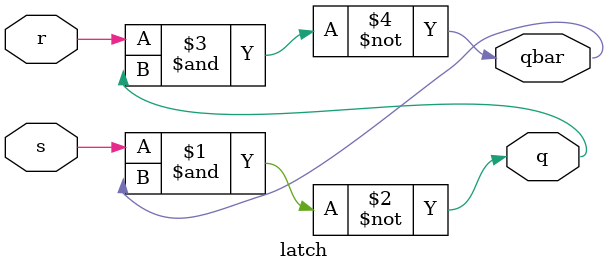
<source format=v>
`timescale 1ns / 1ps


module latch(
    input s,r,
    output q,qbar
    );
    assign q = ~(s & qbar);
assign qbar = ~(r & q);
endmodule

</source>
